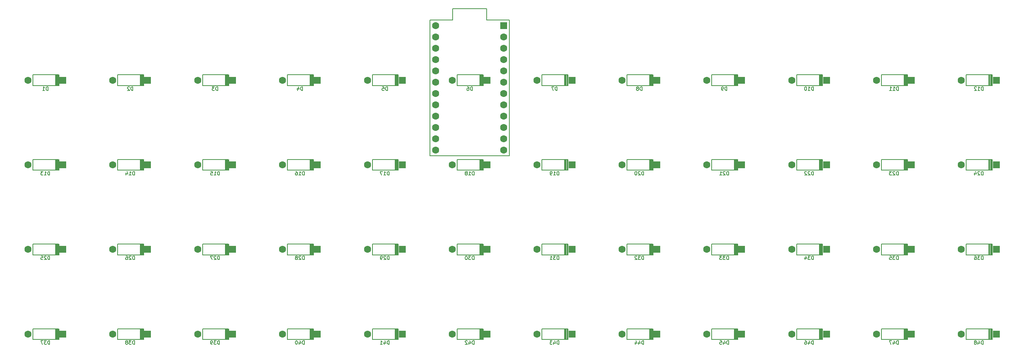
<source format=gbo>
%TF.GenerationSoftware,KiCad,Pcbnew,6.0.3-a3aad9c10e~116~ubuntu21.10.1*%
%TF.CreationDate,2022-04-17T15:15:34+01:00*%
%TF.ProjectId,PCB,5043422e-6b69-4636-9164-5f7063625858,rev?*%
%TF.SameCoordinates,Original*%
%TF.FileFunction,Legend,Bot*%
%TF.FilePolarity,Positive*%
%FSLAX46Y46*%
G04 Gerber Fmt 4.6, Leading zero omitted, Abs format (unit mm)*
G04 Created by KiCad (PCBNEW 6.0.3-a3aad9c10e~116~ubuntu21.10.1) date 2022-04-17 15:15:34*
%MOMM*%
%LPD*%
G01*
G04 APERTURE LIST*
%ADD10C,0.150000*%
%ADD11C,0.200000*%
%ADD12R,1.600000X1.600000*%
%ADD13C,1.600000*%
G04 APERTURE END LIST*
D10*
%TO.C,D39*%
X84991428Y-134526904D02*
X84991428Y-133726904D01*
X84800952Y-133726904D01*
X84686666Y-133765000D01*
X84610476Y-133841190D01*
X84572380Y-133917380D01*
X84534285Y-134069761D01*
X84534285Y-134184047D01*
X84572380Y-134336428D01*
X84610476Y-134412619D01*
X84686666Y-134488809D01*
X84800952Y-134526904D01*
X84991428Y-134526904D01*
X84267619Y-133726904D02*
X83772380Y-133726904D01*
X84039047Y-134031666D01*
X83924761Y-134031666D01*
X83848571Y-134069761D01*
X83810476Y-134107857D01*
X83772380Y-134184047D01*
X83772380Y-134374523D01*
X83810476Y-134450714D01*
X83848571Y-134488809D01*
X83924761Y-134526904D01*
X84153333Y-134526904D01*
X84229523Y-134488809D01*
X84267619Y-134450714D01*
X83391428Y-134526904D02*
X83239047Y-134526904D01*
X83162857Y-134488809D01*
X83124761Y-134450714D01*
X83048571Y-134336428D01*
X83010476Y-134184047D01*
X83010476Y-133879285D01*
X83048571Y-133803095D01*
X83086666Y-133765000D01*
X83162857Y-133726904D01*
X83315238Y-133726904D01*
X83391428Y-133765000D01*
X83429523Y-133803095D01*
X83467619Y-133879285D01*
X83467619Y-134069761D01*
X83429523Y-134145952D01*
X83391428Y-134184047D01*
X83315238Y-134222142D01*
X83162857Y-134222142D01*
X83086666Y-134184047D01*
X83048571Y-134145952D01*
X83010476Y-134069761D01*
%TO.C,D26*%
X65991428Y-115526904D02*
X65991428Y-114726904D01*
X65800952Y-114726904D01*
X65686666Y-114765000D01*
X65610476Y-114841190D01*
X65572380Y-114917380D01*
X65534285Y-115069761D01*
X65534285Y-115184047D01*
X65572380Y-115336428D01*
X65610476Y-115412619D01*
X65686666Y-115488809D01*
X65800952Y-115526904D01*
X65991428Y-115526904D01*
X65229523Y-114803095D02*
X65191428Y-114765000D01*
X65115238Y-114726904D01*
X64924761Y-114726904D01*
X64848571Y-114765000D01*
X64810476Y-114803095D01*
X64772380Y-114879285D01*
X64772380Y-114955476D01*
X64810476Y-115069761D01*
X65267619Y-115526904D01*
X64772380Y-115526904D01*
X64086666Y-114726904D02*
X64239047Y-114726904D01*
X64315238Y-114765000D01*
X64353333Y-114803095D01*
X64429523Y-114917380D01*
X64467619Y-115069761D01*
X64467619Y-115374523D01*
X64429523Y-115450714D01*
X64391428Y-115488809D01*
X64315238Y-115526904D01*
X64162857Y-115526904D01*
X64086666Y-115488809D01*
X64048571Y-115450714D01*
X64010476Y-115374523D01*
X64010476Y-115184047D01*
X64048571Y-115107857D01*
X64086666Y-115069761D01*
X64162857Y-115031666D01*
X64315238Y-115031666D01*
X64391428Y-115069761D01*
X64429523Y-115107857D01*
X64467619Y-115184047D01*
%TO.C,D11*%
X236991428Y-77526904D02*
X236991428Y-76726904D01*
X236800952Y-76726904D01*
X236686666Y-76765000D01*
X236610476Y-76841190D01*
X236572380Y-76917380D01*
X236534285Y-77069761D01*
X236534285Y-77184047D01*
X236572380Y-77336428D01*
X236610476Y-77412619D01*
X236686666Y-77488809D01*
X236800952Y-77526904D01*
X236991428Y-77526904D01*
X235772380Y-77526904D02*
X236229523Y-77526904D01*
X236000952Y-77526904D02*
X236000952Y-76726904D01*
X236077142Y-76841190D01*
X236153333Y-76917380D01*
X236229523Y-76955476D01*
X235010476Y-77526904D02*
X235467619Y-77526904D01*
X235239047Y-77526904D02*
X235239047Y-76726904D01*
X235315238Y-76841190D01*
X235391428Y-76917380D01*
X235467619Y-76955476D01*
%TO.C,D18*%
X141991428Y-96526904D02*
X141991428Y-95726904D01*
X141800952Y-95726904D01*
X141686666Y-95765000D01*
X141610476Y-95841190D01*
X141572380Y-95917380D01*
X141534285Y-96069761D01*
X141534285Y-96184047D01*
X141572380Y-96336428D01*
X141610476Y-96412619D01*
X141686666Y-96488809D01*
X141800952Y-96526904D01*
X141991428Y-96526904D01*
X140772380Y-96526904D02*
X141229523Y-96526904D01*
X141000952Y-96526904D02*
X141000952Y-95726904D01*
X141077142Y-95841190D01*
X141153333Y-95917380D01*
X141229523Y-95955476D01*
X140315238Y-96069761D02*
X140391428Y-96031666D01*
X140429523Y-95993571D01*
X140467619Y-95917380D01*
X140467619Y-95879285D01*
X140429523Y-95803095D01*
X140391428Y-95765000D01*
X140315238Y-95726904D01*
X140162857Y-95726904D01*
X140086666Y-95765000D01*
X140048571Y-95803095D01*
X140010476Y-95879285D01*
X140010476Y-95917380D01*
X140048571Y-95993571D01*
X140086666Y-96031666D01*
X140162857Y-96069761D01*
X140315238Y-96069761D01*
X140391428Y-96107857D01*
X140429523Y-96145952D01*
X140467619Y-96222142D01*
X140467619Y-96374523D01*
X140429523Y-96450714D01*
X140391428Y-96488809D01*
X140315238Y-96526904D01*
X140162857Y-96526904D01*
X140086666Y-96488809D01*
X140048571Y-96450714D01*
X140010476Y-96374523D01*
X140010476Y-96222142D01*
X140048571Y-96145952D01*
X140086666Y-96107857D01*
X140162857Y-96069761D01*
%TO.C,D10*%
X217991428Y-77526904D02*
X217991428Y-76726904D01*
X217800952Y-76726904D01*
X217686666Y-76765000D01*
X217610476Y-76841190D01*
X217572380Y-76917380D01*
X217534285Y-77069761D01*
X217534285Y-77184047D01*
X217572380Y-77336428D01*
X217610476Y-77412619D01*
X217686666Y-77488809D01*
X217800952Y-77526904D01*
X217991428Y-77526904D01*
X216772380Y-77526904D02*
X217229523Y-77526904D01*
X217000952Y-77526904D02*
X217000952Y-76726904D01*
X217077142Y-76841190D01*
X217153333Y-76917380D01*
X217229523Y-76955476D01*
X216277142Y-76726904D02*
X216200952Y-76726904D01*
X216124761Y-76765000D01*
X216086666Y-76803095D01*
X216048571Y-76879285D01*
X216010476Y-77031666D01*
X216010476Y-77222142D01*
X216048571Y-77374523D01*
X216086666Y-77450714D01*
X216124761Y-77488809D01*
X216200952Y-77526904D01*
X216277142Y-77526904D01*
X216353333Y-77488809D01*
X216391428Y-77450714D01*
X216429523Y-77374523D01*
X216467619Y-77222142D01*
X216467619Y-77031666D01*
X216429523Y-76879285D01*
X216391428Y-76803095D01*
X216353333Y-76765000D01*
X216277142Y-76726904D01*
%TO.C,D23*%
X236991428Y-96526904D02*
X236991428Y-95726904D01*
X236800952Y-95726904D01*
X236686666Y-95765000D01*
X236610476Y-95841190D01*
X236572380Y-95917380D01*
X236534285Y-96069761D01*
X236534285Y-96184047D01*
X236572380Y-96336428D01*
X236610476Y-96412619D01*
X236686666Y-96488809D01*
X236800952Y-96526904D01*
X236991428Y-96526904D01*
X236229523Y-95803095D02*
X236191428Y-95765000D01*
X236115238Y-95726904D01*
X235924761Y-95726904D01*
X235848571Y-95765000D01*
X235810476Y-95803095D01*
X235772380Y-95879285D01*
X235772380Y-95955476D01*
X235810476Y-96069761D01*
X236267619Y-96526904D01*
X235772380Y-96526904D01*
X235505714Y-95726904D02*
X235010476Y-95726904D01*
X235277142Y-96031666D01*
X235162857Y-96031666D01*
X235086666Y-96069761D01*
X235048571Y-96107857D01*
X235010476Y-96184047D01*
X235010476Y-96374523D01*
X235048571Y-96450714D01*
X235086666Y-96488809D01*
X235162857Y-96526904D01*
X235391428Y-96526904D01*
X235467619Y-96488809D01*
X235505714Y-96450714D01*
%TO.C,D28*%
X103991428Y-115526904D02*
X103991428Y-114726904D01*
X103800952Y-114726904D01*
X103686666Y-114765000D01*
X103610476Y-114841190D01*
X103572380Y-114917380D01*
X103534285Y-115069761D01*
X103534285Y-115184047D01*
X103572380Y-115336428D01*
X103610476Y-115412619D01*
X103686666Y-115488809D01*
X103800952Y-115526904D01*
X103991428Y-115526904D01*
X103229523Y-114803095D02*
X103191428Y-114765000D01*
X103115238Y-114726904D01*
X102924761Y-114726904D01*
X102848571Y-114765000D01*
X102810476Y-114803095D01*
X102772380Y-114879285D01*
X102772380Y-114955476D01*
X102810476Y-115069761D01*
X103267619Y-115526904D01*
X102772380Y-115526904D01*
X102315238Y-115069761D02*
X102391428Y-115031666D01*
X102429523Y-114993571D01*
X102467619Y-114917380D01*
X102467619Y-114879285D01*
X102429523Y-114803095D01*
X102391428Y-114765000D01*
X102315238Y-114726904D01*
X102162857Y-114726904D01*
X102086666Y-114765000D01*
X102048571Y-114803095D01*
X102010476Y-114879285D01*
X102010476Y-114917380D01*
X102048571Y-114993571D01*
X102086666Y-115031666D01*
X102162857Y-115069761D01*
X102315238Y-115069761D01*
X102391428Y-115107857D01*
X102429523Y-115145952D01*
X102467619Y-115222142D01*
X102467619Y-115374523D01*
X102429523Y-115450714D01*
X102391428Y-115488809D01*
X102315238Y-115526904D01*
X102162857Y-115526904D01*
X102086666Y-115488809D01*
X102048571Y-115450714D01*
X102010476Y-115374523D01*
X102010476Y-115222142D01*
X102048571Y-115145952D01*
X102086666Y-115107857D01*
X102162857Y-115069761D01*
%TO.C,D7*%
X160610476Y-77526904D02*
X160610476Y-76726904D01*
X160420000Y-76726904D01*
X160305714Y-76765000D01*
X160229523Y-76841190D01*
X160191428Y-76917380D01*
X160153333Y-77069761D01*
X160153333Y-77184047D01*
X160191428Y-77336428D01*
X160229523Y-77412619D01*
X160305714Y-77488809D01*
X160420000Y-77526904D01*
X160610476Y-77526904D01*
X159886666Y-76726904D02*
X159353333Y-76726904D01*
X159696190Y-77526904D01*
%TO.C,D37*%
X46991428Y-134526904D02*
X46991428Y-133726904D01*
X46800952Y-133726904D01*
X46686666Y-133765000D01*
X46610476Y-133841190D01*
X46572380Y-133917380D01*
X46534285Y-134069761D01*
X46534285Y-134184047D01*
X46572380Y-134336428D01*
X46610476Y-134412619D01*
X46686666Y-134488809D01*
X46800952Y-134526904D01*
X46991428Y-134526904D01*
X46267619Y-133726904D02*
X45772380Y-133726904D01*
X46039047Y-134031666D01*
X45924761Y-134031666D01*
X45848571Y-134069761D01*
X45810476Y-134107857D01*
X45772380Y-134184047D01*
X45772380Y-134374523D01*
X45810476Y-134450714D01*
X45848571Y-134488809D01*
X45924761Y-134526904D01*
X46153333Y-134526904D01*
X46229523Y-134488809D01*
X46267619Y-134450714D01*
X45505714Y-133726904D02*
X44972380Y-133726904D01*
X45315238Y-134526904D01*
%TO.C,D1*%
X46610476Y-77526904D02*
X46610476Y-76726904D01*
X46420000Y-76726904D01*
X46305714Y-76765000D01*
X46229523Y-76841190D01*
X46191428Y-76917380D01*
X46153333Y-77069761D01*
X46153333Y-77184047D01*
X46191428Y-77336428D01*
X46229523Y-77412619D01*
X46305714Y-77488809D01*
X46420000Y-77526904D01*
X46610476Y-77526904D01*
X45391428Y-77526904D02*
X45848571Y-77526904D01*
X45620000Y-77526904D02*
X45620000Y-76726904D01*
X45696190Y-76841190D01*
X45772380Y-76917380D01*
X45848571Y-76955476D01*
%TO.C,D48*%
X255991428Y-134526904D02*
X255991428Y-133726904D01*
X255800952Y-133726904D01*
X255686666Y-133765000D01*
X255610476Y-133841190D01*
X255572380Y-133917380D01*
X255534285Y-134069761D01*
X255534285Y-134184047D01*
X255572380Y-134336428D01*
X255610476Y-134412619D01*
X255686666Y-134488809D01*
X255800952Y-134526904D01*
X255991428Y-134526904D01*
X254848571Y-133993571D02*
X254848571Y-134526904D01*
X255039047Y-133688809D02*
X255229523Y-134260238D01*
X254734285Y-134260238D01*
X254315238Y-134069761D02*
X254391428Y-134031666D01*
X254429523Y-133993571D01*
X254467619Y-133917380D01*
X254467619Y-133879285D01*
X254429523Y-133803095D01*
X254391428Y-133765000D01*
X254315238Y-133726904D01*
X254162857Y-133726904D01*
X254086666Y-133765000D01*
X254048571Y-133803095D01*
X254010476Y-133879285D01*
X254010476Y-133917380D01*
X254048571Y-133993571D01*
X254086666Y-134031666D01*
X254162857Y-134069761D01*
X254315238Y-134069761D01*
X254391428Y-134107857D01*
X254429523Y-134145952D01*
X254467619Y-134222142D01*
X254467619Y-134374523D01*
X254429523Y-134450714D01*
X254391428Y-134488809D01*
X254315238Y-134526904D01*
X254162857Y-134526904D01*
X254086666Y-134488809D01*
X254048571Y-134450714D01*
X254010476Y-134374523D01*
X254010476Y-134222142D01*
X254048571Y-134145952D01*
X254086666Y-134107857D01*
X254162857Y-134069761D01*
%TO.C,D47*%
X236991428Y-134526904D02*
X236991428Y-133726904D01*
X236800952Y-133726904D01*
X236686666Y-133765000D01*
X236610476Y-133841190D01*
X236572380Y-133917380D01*
X236534285Y-134069761D01*
X236534285Y-134184047D01*
X236572380Y-134336428D01*
X236610476Y-134412619D01*
X236686666Y-134488809D01*
X236800952Y-134526904D01*
X236991428Y-134526904D01*
X235848571Y-133993571D02*
X235848571Y-134526904D01*
X236039047Y-133688809D02*
X236229523Y-134260238D01*
X235734285Y-134260238D01*
X235505714Y-133726904D02*
X234972380Y-133726904D01*
X235315238Y-134526904D01*
%TO.C,D21*%
X198991428Y-96526904D02*
X198991428Y-95726904D01*
X198800952Y-95726904D01*
X198686666Y-95765000D01*
X198610476Y-95841190D01*
X198572380Y-95917380D01*
X198534285Y-96069761D01*
X198534285Y-96184047D01*
X198572380Y-96336428D01*
X198610476Y-96412619D01*
X198686666Y-96488809D01*
X198800952Y-96526904D01*
X198991428Y-96526904D01*
X198229523Y-95803095D02*
X198191428Y-95765000D01*
X198115238Y-95726904D01*
X197924761Y-95726904D01*
X197848571Y-95765000D01*
X197810476Y-95803095D01*
X197772380Y-95879285D01*
X197772380Y-95955476D01*
X197810476Y-96069761D01*
X198267619Y-96526904D01*
X197772380Y-96526904D01*
X197010476Y-96526904D02*
X197467619Y-96526904D01*
X197239047Y-96526904D02*
X197239047Y-95726904D01*
X197315238Y-95841190D01*
X197391428Y-95917380D01*
X197467619Y-95955476D01*
%TO.C,D6*%
X141610476Y-77526904D02*
X141610476Y-76726904D01*
X141420000Y-76726904D01*
X141305714Y-76765000D01*
X141229523Y-76841190D01*
X141191428Y-76917380D01*
X141153333Y-77069761D01*
X141153333Y-77184047D01*
X141191428Y-77336428D01*
X141229523Y-77412619D01*
X141305714Y-77488809D01*
X141420000Y-77526904D01*
X141610476Y-77526904D01*
X140467619Y-76726904D02*
X140620000Y-76726904D01*
X140696190Y-76765000D01*
X140734285Y-76803095D01*
X140810476Y-76917380D01*
X140848571Y-77069761D01*
X140848571Y-77374523D01*
X140810476Y-77450714D01*
X140772380Y-77488809D01*
X140696190Y-77526904D01*
X140543809Y-77526904D01*
X140467619Y-77488809D01*
X140429523Y-77450714D01*
X140391428Y-77374523D01*
X140391428Y-77184047D01*
X140429523Y-77107857D01*
X140467619Y-77069761D01*
X140543809Y-77031666D01*
X140696190Y-77031666D01*
X140772380Y-77069761D01*
X140810476Y-77107857D01*
X140848571Y-77184047D01*
%TO.C,D31*%
X160991428Y-115526904D02*
X160991428Y-114726904D01*
X160800952Y-114726904D01*
X160686666Y-114765000D01*
X160610476Y-114841190D01*
X160572380Y-114917380D01*
X160534285Y-115069761D01*
X160534285Y-115184047D01*
X160572380Y-115336428D01*
X160610476Y-115412619D01*
X160686666Y-115488809D01*
X160800952Y-115526904D01*
X160991428Y-115526904D01*
X160267619Y-114726904D02*
X159772380Y-114726904D01*
X160039047Y-115031666D01*
X159924761Y-115031666D01*
X159848571Y-115069761D01*
X159810476Y-115107857D01*
X159772380Y-115184047D01*
X159772380Y-115374523D01*
X159810476Y-115450714D01*
X159848571Y-115488809D01*
X159924761Y-115526904D01*
X160153333Y-115526904D01*
X160229523Y-115488809D01*
X160267619Y-115450714D01*
X159010476Y-115526904D02*
X159467619Y-115526904D01*
X159239047Y-115526904D02*
X159239047Y-114726904D01*
X159315238Y-114841190D01*
X159391428Y-114917380D01*
X159467619Y-114955476D01*
%TO.C,D4*%
X103610476Y-77526904D02*
X103610476Y-76726904D01*
X103420000Y-76726904D01*
X103305714Y-76765000D01*
X103229523Y-76841190D01*
X103191428Y-76917380D01*
X103153333Y-77069761D01*
X103153333Y-77184047D01*
X103191428Y-77336428D01*
X103229523Y-77412619D01*
X103305714Y-77488809D01*
X103420000Y-77526904D01*
X103610476Y-77526904D01*
X102467619Y-76993571D02*
X102467619Y-77526904D01*
X102658095Y-76688809D02*
X102848571Y-77260238D01*
X102353333Y-77260238D01*
%TO.C,D36*%
X255991428Y-115526904D02*
X255991428Y-114726904D01*
X255800952Y-114726904D01*
X255686666Y-114765000D01*
X255610476Y-114841190D01*
X255572380Y-114917380D01*
X255534285Y-115069761D01*
X255534285Y-115184047D01*
X255572380Y-115336428D01*
X255610476Y-115412619D01*
X255686666Y-115488809D01*
X255800952Y-115526904D01*
X255991428Y-115526904D01*
X255267619Y-114726904D02*
X254772380Y-114726904D01*
X255039047Y-115031666D01*
X254924761Y-115031666D01*
X254848571Y-115069761D01*
X254810476Y-115107857D01*
X254772380Y-115184047D01*
X254772380Y-115374523D01*
X254810476Y-115450714D01*
X254848571Y-115488809D01*
X254924761Y-115526904D01*
X255153333Y-115526904D01*
X255229523Y-115488809D01*
X255267619Y-115450714D01*
X254086666Y-114726904D02*
X254239047Y-114726904D01*
X254315238Y-114765000D01*
X254353333Y-114803095D01*
X254429523Y-114917380D01*
X254467619Y-115069761D01*
X254467619Y-115374523D01*
X254429523Y-115450714D01*
X254391428Y-115488809D01*
X254315238Y-115526904D01*
X254162857Y-115526904D01*
X254086666Y-115488809D01*
X254048571Y-115450714D01*
X254010476Y-115374523D01*
X254010476Y-115184047D01*
X254048571Y-115107857D01*
X254086666Y-115069761D01*
X254162857Y-115031666D01*
X254315238Y-115031666D01*
X254391428Y-115069761D01*
X254429523Y-115107857D01*
X254467619Y-115184047D01*
%TO.C,D14*%
X65991428Y-96526904D02*
X65991428Y-95726904D01*
X65800952Y-95726904D01*
X65686666Y-95765000D01*
X65610476Y-95841190D01*
X65572380Y-95917380D01*
X65534285Y-96069761D01*
X65534285Y-96184047D01*
X65572380Y-96336428D01*
X65610476Y-96412619D01*
X65686666Y-96488809D01*
X65800952Y-96526904D01*
X65991428Y-96526904D01*
X64772380Y-96526904D02*
X65229523Y-96526904D01*
X65000952Y-96526904D02*
X65000952Y-95726904D01*
X65077142Y-95841190D01*
X65153333Y-95917380D01*
X65229523Y-95955476D01*
X64086666Y-95993571D02*
X64086666Y-96526904D01*
X64277142Y-95688809D02*
X64467619Y-96260238D01*
X63972380Y-96260238D01*
%TO.C,D29*%
X122991428Y-115526904D02*
X122991428Y-114726904D01*
X122800952Y-114726904D01*
X122686666Y-114765000D01*
X122610476Y-114841190D01*
X122572380Y-114917380D01*
X122534285Y-115069761D01*
X122534285Y-115184047D01*
X122572380Y-115336428D01*
X122610476Y-115412619D01*
X122686666Y-115488809D01*
X122800952Y-115526904D01*
X122991428Y-115526904D01*
X122229523Y-114803095D02*
X122191428Y-114765000D01*
X122115238Y-114726904D01*
X121924761Y-114726904D01*
X121848571Y-114765000D01*
X121810476Y-114803095D01*
X121772380Y-114879285D01*
X121772380Y-114955476D01*
X121810476Y-115069761D01*
X122267619Y-115526904D01*
X121772380Y-115526904D01*
X121391428Y-115526904D02*
X121239047Y-115526904D01*
X121162857Y-115488809D01*
X121124761Y-115450714D01*
X121048571Y-115336428D01*
X121010476Y-115184047D01*
X121010476Y-114879285D01*
X121048571Y-114803095D01*
X121086666Y-114765000D01*
X121162857Y-114726904D01*
X121315238Y-114726904D01*
X121391428Y-114765000D01*
X121429523Y-114803095D01*
X121467619Y-114879285D01*
X121467619Y-115069761D01*
X121429523Y-115145952D01*
X121391428Y-115184047D01*
X121315238Y-115222142D01*
X121162857Y-115222142D01*
X121086666Y-115184047D01*
X121048571Y-115145952D01*
X121010476Y-115069761D01*
%TO.C,D42*%
X141991428Y-134526904D02*
X141991428Y-133726904D01*
X141800952Y-133726904D01*
X141686666Y-133765000D01*
X141610476Y-133841190D01*
X141572380Y-133917380D01*
X141534285Y-134069761D01*
X141534285Y-134184047D01*
X141572380Y-134336428D01*
X141610476Y-134412619D01*
X141686666Y-134488809D01*
X141800952Y-134526904D01*
X141991428Y-134526904D01*
X140848571Y-133993571D02*
X140848571Y-134526904D01*
X141039047Y-133688809D02*
X141229523Y-134260238D01*
X140734285Y-134260238D01*
X140467619Y-133803095D02*
X140429523Y-133765000D01*
X140353333Y-133726904D01*
X140162857Y-133726904D01*
X140086666Y-133765000D01*
X140048571Y-133803095D01*
X140010476Y-133879285D01*
X140010476Y-133955476D01*
X140048571Y-134069761D01*
X140505714Y-134526904D01*
X140010476Y-134526904D01*
%TO.C,D41*%
X122991428Y-134526904D02*
X122991428Y-133726904D01*
X122800952Y-133726904D01*
X122686666Y-133765000D01*
X122610476Y-133841190D01*
X122572380Y-133917380D01*
X122534285Y-134069761D01*
X122534285Y-134184047D01*
X122572380Y-134336428D01*
X122610476Y-134412619D01*
X122686666Y-134488809D01*
X122800952Y-134526904D01*
X122991428Y-134526904D01*
X121848571Y-133993571D02*
X121848571Y-134526904D01*
X122039047Y-133688809D02*
X122229523Y-134260238D01*
X121734285Y-134260238D01*
X121010476Y-134526904D02*
X121467619Y-134526904D01*
X121239047Y-134526904D02*
X121239047Y-133726904D01*
X121315238Y-133841190D01*
X121391428Y-133917380D01*
X121467619Y-133955476D01*
%TO.C,D40*%
X103991428Y-134526904D02*
X103991428Y-133726904D01*
X103800952Y-133726904D01*
X103686666Y-133765000D01*
X103610476Y-133841190D01*
X103572380Y-133917380D01*
X103534285Y-134069761D01*
X103534285Y-134184047D01*
X103572380Y-134336428D01*
X103610476Y-134412619D01*
X103686666Y-134488809D01*
X103800952Y-134526904D01*
X103991428Y-134526904D01*
X102848571Y-133993571D02*
X102848571Y-134526904D01*
X103039047Y-133688809D02*
X103229523Y-134260238D01*
X102734285Y-134260238D01*
X102277142Y-133726904D02*
X102200952Y-133726904D01*
X102124761Y-133765000D01*
X102086666Y-133803095D01*
X102048571Y-133879285D01*
X102010476Y-134031666D01*
X102010476Y-134222142D01*
X102048571Y-134374523D01*
X102086666Y-134450714D01*
X102124761Y-134488809D01*
X102200952Y-134526904D01*
X102277142Y-134526904D01*
X102353333Y-134488809D01*
X102391428Y-134450714D01*
X102429523Y-134374523D01*
X102467619Y-134222142D01*
X102467619Y-134031666D01*
X102429523Y-133879285D01*
X102391428Y-133803095D01*
X102353333Y-133765000D01*
X102277142Y-133726904D01*
%TO.C,D8*%
X179610476Y-77526904D02*
X179610476Y-76726904D01*
X179420000Y-76726904D01*
X179305714Y-76765000D01*
X179229523Y-76841190D01*
X179191428Y-76917380D01*
X179153333Y-77069761D01*
X179153333Y-77184047D01*
X179191428Y-77336428D01*
X179229523Y-77412619D01*
X179305714Y-77488809D01*
X179420000Y-77526904D01*
X179610476Y-77526904D01*
X178696190Y-77069761D02*
X178772380Y-77031666D01*
X178810476Y-76993571D01*
X178848571Y-76917380D01*
X178848571Y-76879285D01*
X178810476Y-76803095D01*
X178772380Y-76765000D01*
X178696190Y-76726904D01*
X178543809Y-76726904D01*
X178467619Y-76765000D01*
X178429523Y-76803095D01*
X178391428Y-76879285D01*
X178391428Y-76917380D01*
X178429523Y-76993571D01*
X178467619Y-77031666D01*
X178543809Y-77069761D01*
X178696190Y-77069761D01*
X178772380Y-77107857D01*
X178810476Y-77145952D01*
X178848571Y-77222142D01*
X178848571Y-77374523D01*
X178810476Y-77450714D01*
X178772380Y-77488809D01*
X178696190Y-77526904D01*
X178543809Y-77526904D01*
X178467619Y-77488809D01*
X178429523Y-77450714D01*
X178391428Y-77374523D01*
X178391428Y-77222142D01*
X178429523Y-77145952D01*
X178467619Y-77107857D01*
X178543809Y-77069761D01*
%TO.C,D17*%
X122991428Y-96526904D02*
X122991428Y-95726904D01*
X122800952Y-95726904D01*
X122686666Y-95765000D01*
X122610476Y-95841190D01*
X122572380Y-95917380D01*
X122534285Y-96069761D01*
X122534285Y-96184047D01*
X122572380Y-96336428D01*
X122610476Y-96412619D01*
X122686666Y-96488809D01*
X122800952Y-96526904D01*
X122991428Y-96526904D01*
X121772380Y-96526904D02*
X122229523Y-96526904D01*
X122000952Y-96526904D02*
X122000952Y-95726904D01*
X122077142Y-95841190D01*
X122153333Y-95917380D01*
X122229523Y-95955476D01*
X121505714Y-95726904D02*
X120972380Y-95726904D01*
X121315238Y-96526904D01*
%TO.C,D2*%
X65610476Y-77526904D02*
X65610476Y-76726904D01*
X65420000Y-76726904D01*
X65305714Y-76765000D01*
X65229523Y-76841190D01*
X65191428Y-76917380D01*
X65153333Y-77069761D01*
X65153333Y-77184047D01*
X65191428Y-77336428D01*
X65229523Y-77412619D01*
X65305714Y-77488809D01*
X65420000Y-77526904D01*
X65610476Y-77526904D01*
X64848571Y-76803095D02*
X64810476Y-76765000D01*
X64734285Y-76726904D01*
X64543809Y-76726904D01*
X64467619Y-76765000D01*
X64429523Y-76803095D01*
X64391428Y-76879285D01*
X64391428Y-76955476D01*
X64429523Y-77069761D01*
X64886666Y-77526904D01*
X64391428Y-77526904D01*
%TO.C,D24*%
X255991428Y-96526904D02*
X255991428Y-95726904D01*
X255800952Y-95726904D01*
X255686666Y-95765000D01*
X255610476Y-95841190D01*
X255572380Y-95917380D01*
X255534285Y-96069761D01*
X255534285Y-96184047D01*
X255572380Y-96336428D01*
X255610476Y-96412619D01*
X255686666Y-96488809D01*
X255800952Y-96526904D01*
X255991428Y-96526904D01*
X255229523Y-95803095D02*
X255191428Y-95765000D01*
X255115238Y-95726904D01*
X254924761Y-95726904D01*
X254848571Y-95765000D01*
X254810476Y-95803095D01*
X254772380Y-95879285D01*
X254772380Y-95955476D01*
X254810476Y-96069761D01*
X255267619Y-96526904D01*
X254772380Y-96526904D01*
X254086666Y-95993571D02*
X254086666Y-96526904D01*
X254277142Y-95688809D02*
X254467619Y-96260238D01*
X253972380Y-96260238D01*
%TO.C,D9*%
X198610476Y-77526904D02*
X198610476Y-76726904D01*
X198420000Y-76726904D01*
X198305714Y-76765000D01*
X198229523Y-76841190D01*
X198191428Y-76917380D01*
X198153333Y-77069761D01*
X198153333Y-77184047D01*
X198191428Y-77336428D01*
X198229523Y-77412619D01*
X198305714Y-77488809D01*
X198420000Y-77526904D01*
X198610476Y-77526904D01*
X197772380Y-77526904D02*
X197620000Y-77526904D01*
X197543809Y-77488809D01*
X197505714Y-77450714D01*
X197429523Y-77336428D01*
X197391428Y-77184047D01*
X197391428Y-76879285D01*
X197429523Y-76803095D01*
X197467619Y-76765000D01*
X197543809Y-76726904D01*
X197696190Y-76726904D01*
X197772380Y-76765000D01*
X197810476Y-76803095D01*
X197848571Y-76879285D01*
X197848571Y-77069761D01*
X197810476Y-77145952D01*
X197772380Y-77184047D01*
X197696190Y-77222142D01*
X197543809Y-77222142D01*
X197467619Y-77184047D01*
X197429523Y-77145952D01*
X197391428Y-77069761D01*
%TO.C,D12*%
X255991428Y-77526904D02*
X255991428Y-76726904D01*
X255800952Y-76726904D01*
X255686666Y-76765000D01*
X255610476Y-76841190D01*
X255572380Y-76917380D01*
X255534285Y-77069761D01*
X255534285Y-77184047D01*
X255572380Y-77336428D01*
X255610476Y-77412619D01*
X255686666Y-77488809D01*
X255800952Y-77526904D01*
X255991428Y-77526904D01*
X254772380Y-77526904D02*
X255229523Y-77526904D01*
X255000952Y-77526904D02*
X255000952Y-76726904D01*
X255077142Y-76841190D01*
X255153333Y-76917380D01*
X255229523Y-76955476D01*
X254467619Y-76803095D02*
X254429523Y-76765000D01*
X254353333Y-76726904D01*
X254162857Y-76726904D01*
X254086666Y-76765000D01*
X254048571Y-76803095D01*
X254010476Y-76879285D01*
X254010476Y-76955476D01*
X254048571Y-77069761D01*
X254505714Y-77526904D01*
X254010476Y-77526904D01*
%TO.C,D13*%
X46991428Y-96526904D02*
X46991428Y-95726904D01*
X46800952Y-95726904D01*
X46686666Y-95765000D01*
X46610476Y-95841190D01*
X46572380Y-95917380D01*
X46534285Y-96069761D01*
X46534285Y-96184047D01*
X46572380Y-96336428D01*
X46610476Y-96412619D01*
X46686666Y-96488809D01*
X46800952Y-96526904D01*
X46991428Y-96526904D01*
X45772380Y-96526904D02*
X46229523Y-96526904D01*
X46000952Y-96526904D02*
X46000952Y-95726904D01*
X46077142Y-95841190D01*
X46153333Y-95917380D01*
X46229523Y-95955476D01*
X45505714Y-95726904D02*
X45010476Y-95726904D01*
X45277142Y-96031666D01*
X45162857Y-96031666D01*
X45086666Y-96069761D01*
X45048571Y-96107857D01*
X45010476Y-96184047D01*
X45010476Y-96374523D01*
X45048571Y-96450714D01*
X45086666Y-96488809D01*
X45162857Y-96526904D01*
X45391428Y-96526904D01*
X45467619Y-96488809D01*
X45505714Y-96450714D01*
%TO.C,D5*%
X122610476Y-77526904D02*
X122610476Y-76726904D01*
X122420000Y-76726904D01*
X122305714Y-76765000D01*
X122229523Y-76841190D01*
X122191428Y-76917380D01*
X122153333Y-77069761D01*
X122153333Y-77184047D01*
X122191428Y-77336428D01*
X122229523Y-77412619D01*
X122305714Y-77488809D01*
X122420000Y-77526904D01*
X122610476Y-77526904D01*
X121429523Y-76726904D02*
X121810476Y-76726904D01*
X121848571Y-77107857D01*
X121810476Y-77069761D01*
X121734285Y-77031666D01*
X121543809Y-77031666D01*
X121467619Y-77069761D01*
X121429523Y-77107857D01*
X121391428Y-77184047D01*
X121391428Y-77374523D01*
X121429523Y-77450714D01*
X121467619Y-77488809D01*
X121543809Y-77526904D01*
X121734285Y-77526904D01*
X121810476Y-77488809D01*
X121848571Y-77450714D01*
%TO.C,D33*%
X198991428Y-115526904D02*
X198991428Y-114726904D01*
X198800952Y-114726904D01*
X198686666Y-114765000D01*
X198610476Y-114841190D01*
X198572380Y-114917380D01*
X198534285Y-115069761D01*
X198534285Y-115184047D01*
X198572380Y-115336428D01*
X198610476Y-115412619D01*
X198686666Y-115488809D01*
X198800952Y-115526904D01*
X198991428Y-115526904D01*
X198267619Y-114726904D02*
X197772380Y-114726904D01*
X198039047Y-115031666D01*
X197924761Y-115031666D01*
X197848571Y-115069761D01*
X197810476Y-115107857D01*
X197772380Y-115184047D01*
X197772380Y-115374523D01*
X197810476Y-115450714D01*
X197848571Y-115488809D01*
X197924761Y-115526904D01*
X198153333Y-115526904D01*
X198229523Y-115488809D01*
X198267619Y-115450714D01*
X197505714Y-114726904D02*
X197010476Y-114726904D01*
X197277142Y-115031666D01*
X197162857Y-115031666D01*
X197086666Y-115069761D01*
X197048571Y-115107857D01*
X197010476Y-115184047D01*
X197010476Y-115374523D01*
X197048571Y-115450714D01*
X197086666Y-115488809D01*
X197162857Y-115526904D01*
X197391428Y-115526904D01*
X197467619Y-115488809D01*
X197505714Y-115450714D01*
%TO.C,D30*%
X141991428Y-115526904D02*
X141991428Y-114726904D01*
X141800952Y-114726904D01*
X141686666Y-114765000D01*
X141610476Y-114841190D01*
X141572380Y-114917380D01*
X141534285Y-115069761D01*
X141534285Y-115184047D01*
X141572380Y-115336428D01*
X141610476Y-115412619D01*
X141686666Y-115488809D01*
X141800952Y-115526904D01*
X141991428Y-115526904D01*
X141267619Y-114726904D02*
X140772380Y-114726904D01*
X141039047Y-115031666D01*
X140924761Y-115031666D01*
X140848571Y-115069761D01*
X140810476Y-115107857D01*
X140772380Y-115184047D01*
X140772380Y-115374523D01*
X140810476Y-115450714D01*
X140848571Y-115488809D01*
X140924761Y-115526904D01*
X141153333Y-115526904D01*
X141229523Y-115488809D01*
X141267619Y-115450714D01*
X140277142Y-114726904D02*
X140200952Y-114726904D01*
X140124761Y-114765000D01*
X140086666Y-114803095D01*
X140048571Y-114879285D01*
X140010476Y-115031666D01*
X140010476Y-115222142D01*
X140048571Y-115374523D01*
X140086666Y-115450714D01*
X140124761Y-115488809D01*
X140200952Y-115526904D01*
X140277142Y-115526904D01*
X140353333Y-115488809D01*
X140391428Y-115450714D01*
X140429523Y-115374523D01*
X140467619Y-115222142D01*
X140467619Y-115031666D01*
X140429523Y-114879285D01*
X140391428Y-114803095D01*
X140353333Y-114765000D01*
X140277142Y-114726904D01*
%TO.C,D27*%
X84991428Y-115526904D02*
X84991428Y-114726904D01*
X84800952Y-114726904D01*
X84686666Y-114765000D01*
X84610476Y-114841190D01*
X84572380Y-114917380D01*
X84534285Y-115069761D01*
X84534285Y-115184047D01*
X84572380Y-115336428D01*
X84610476Y-115412619D01*
X84686666Y-115488809D01*
X84800952Y-115526904D01*
X84991428Y-115526904D01*
X84229523Y-114803095D02*
X84191428Y-114765000D01*
X84115238Y-114726904D01*
X83924761Y-114726904D01*
X83848571Y-114765000D01*
X83810476Y-114803095D01*
X83772380Y-114879285D01*
X83772380Y-114955476D01*
X83810476Y-115069761D01*
X84267619Y-115526904D01*
X83772380Y-115526904D01*
X83505714Y-114726904D02*
X82972380Y-114726904D01*
X83315238Y-115526904D01*
%TO.C,D25*%
X46991428Y-115526904D02*
X46991428Y-114726904D01*
X46800952Y-114726904D01*
X46686666Y-114765000D01*
X46610476Y-114841190D01*
X46572380Y-114917380D01*
X46534285Y-115069761D01*
X46534285Y-115184047D01*
X46572380Y-115336428D01*
X46610476Y-115412619D01*
X46686666Y-115488809D01*
X46800952Y-115526904D01*
X46991428Y-115526904D01*
X46229523Y-114803095D02*
X46191428Y-114765000D01*
X46115238Y-114726904D01*
X45924761Y-114726904D01*
X45848571Y-114765000D01*
X45810476Y-114803095D01*
X45772380Y-114879285D01*
X45772380Y-114955476D01*
X45810476Y-115069761D01*
X46267619Y-115526904D01*
X45772380Y-115526904D01*
X45048571Y-114726904D02*
X45429523Y-114726904D01*
X45467619Y-115107857D01*
X45429523Y-115069761D01*
X45353333Y-115031666D01*
X45162857Y-115031666D01*
X45086666Y-115069761D01*
X45048571Y-115107857D01*
X45010476Y-115184047D01*
X45010476Y-115374523D01*
X45048571Y-115450714D01*
X45086666Y-115488809D01*
X45162857Y-115526904D01*
X45353333Y-115526904D01*
X45429523Y-115488809D01*
X45467619Y-115450714D01*
%TO.C,D45*%
X198991428Y-134526904D02*
X198991428Y-133726904D01*
X198800952Y-133726904D01*
X198686666Y-133765000D01*
X198610476Y-133841190D01*
X198572380Y-133917380D01*
X198534285Y-134069761D01*
X198534285Y-134184047D01*
X198572380Y-134336428D01*
X198610476Y-134412619D01*
X198686666Y-134488809D01*
X198800952Y-134526904D01*
X198991428Y-134526904D01*
X197848571Y-133993571D02*
X197848571Y-134526904D01*
X198039047Y-133688809D02*
X198229523Y-134260238D01*
X197734285Y-134260238D01*
X197048571Y-133726904D02*
X197429523Y-133726904D01*
X197467619Y-134107857D01*
X197429523Y-134069761D01*
X197353333Y-134031666D01*
X197162857Y-134031666D01*
X197086666Y-134069761D01*
X197048571Y-134107857D01*
X197010476Y-134184047D01*
X197010476Y-134374523D01*
X197048571Y-134450714D01*
X197086666Y-134488809D01*
X197162857Y-134526904D01*
X197353333Y-134526904D01*
X197429523Y-134488809D01*
X197467619Y-134450714D01*
%TO.C,D20*%
X179991428Y-96526904D02*
X179991428Y-95726904D01*
X179800952Y-95726904D01*
X179686666Y-95765000D01*
X179610476Y-95841190D01*
X179572380Y-95917380D01*
X179534285Y-96069761D01*
X179534285Y-96184047D01*
X179572380Y-96336428D01*
X179610476Y-96412619D01*
X179686666Y-96488809D01*
X179800952Y-96526904D01*
X179991428Y-96526904D01*
X179229523Y-95803095D02*
X179191428Y-95765000D01*
X179115238Y-95726904D01*
X178924761Y-95726904D01*
X178848571Y-95765000D01*
X178810476Y-95803095D01*
X178772380Y-95879285D01*
X178772380Y-95955476D01*
X178810476Y-96069761D01*
X179267619Y-96526904D01*
X178772380Y-96526904D01*
X178277142Y-95726904D02*
X178200952Y-95726904D01*
X178124761Y-95765000D01*
X178086666Y-95803095D01*
X178048571Y-95879285D01*
X178010476Y-96031666D01*
X178010476Y-96222142D01*
X178048571Y-96374523D01*
X178086666Y-96450714D01*
X178124761Y-96488809D01*
X178200952Y-96526904D01*
X178277142Y-96526904D01*
X178353333Y-96488809D01*
X178391428Y-96450714D01*
X178429523Y-96374523D01*
X178467619Y-96222142D01*
X178467619Y-96031666D01*
X178429523Y-95879285D01*
X178391428Y-95803095D01*
X178353333Y-95765000D01*
X178277142Y-95726904D01*
%TO.C,D38*%
X65991428Y-134526904D02*
X65991428Y-133726904D01*
X65800952Y-133726904D01*
X65686666Y-133765000D01*
X65610476Y-133841190D01*
X65572380Y-133917380D01*
X65534285Y-134069761D01*
X65534285Y-134184047D01*
X65572380Y-134336428D01*
X65610476Y-134412619D01*
X65686666Y-134488809D01*
X65800952Y-134526904D01*
X65991428Y-134526904D01*
X65267619Y-133726904D02*
X64772380Y-133726904D01*
X65039047Y-134031666D01*
X64924761Y-134031666D01*
X64848571Y-134069761D01*
X64810476Y-134107857D01*
X64772380Y-134184047D01*
X64772380Y-134374523D01*
X64810476Y-134450714D01*
X64848571Y-134488809D01*
X64924761Y-134526904D01*
X65153333Y-134526904D01*
X65229523Y-134488809D01*
X65267619Y-134450714D01*
X64315238Y-134069761D02*
X64391428Y-134031666D01*
X64429523Y-133993571D01*
X64467619Y-133917380D01*
X64467619Y-133879285D01*
X64429523Y-133803095D01*
X64391428Y-133765000D01*
X64315238Y-133726904D01*
X64162857Y-133726904D01*
X64086666Y-133765000D01*
X64048571Y-133803095D01*
X64010476Y-133879285D01*
X64010476Y-133917380D01*
X64048571Y-133993571D01*
X64086666Y-134031666D01*
X64162857Y-134069761D01*
X64315238Y-134069761D01*
X64391428Y-134107857D01*
X64429523Y-134145952D01*
X64467619Y-134222142D01*
X64467619Y-134374523D01*
X64429523Y-134450714D01*
X64391428Y-134488809D01*
X64315238Y-134526904D01*
X64162857Y-134526904D01*
X64086666Y-134488809D01*
X64048571Y-134450714D01*
X64010476Y-134374523D01*
X64010476Y-134222142D01*
X64048571Y-134145952D01*
X64086666Y-134107857D01*
X64162857Y-134069761D01*
%TO.C,D43*%
X160991428Y-134526904D02*
X160991428Y-133726904D01*
X160800952Y-133726904D01*
X160686666Y-133765000D01*
X160610476Y-133841190D01*
X160572380Y-133917380D01*
X160534285Y-134069761D01*
X160534285Y-134184047D01*
X160572380Y-134336428D01*
X160610476Y-134412619D01*
X160686666Y-134488809D01*
X160800952Y-134526904D01*
X160991428Y-134526904D01*
X159848571Y-133993571D02*
X159848571Y-134526904D01*
X160039047Y-133688809D02*
X160229523Y-134260238D01*
X159734285Y-134260238D01*
X159505714Y-133726904D02*
X159010476Y-133726904D01*
X159277142Y-134031666D01*
X159162857Y-134031666D01*
X159086666Y-134069761D01*
X159048571Y-134107857D01*
X159010476Y-134184047D01*
X159010476Y-134374523D01*
X159048571Y-134450714D01*
X159086666Y-134488809D01*
X159162857Y-134526904D01*
X159391428Y-134526904D01*
X159467619Y-134488809D01*
X159505714Y-134450714D01*
%TO.C,D44*%
X179991428Y-134526904D02*
X179991428Y-133726904D01*
X179800952Y-133726904D01*
X179686666Y-133765000D01*
X179610476Y-133841190D01*
X179572380Y-133917380D01*
X179534285Y-134069761D01*
X179534285Y-134184047D01*
X179572380Y-134336428D01*
X179610476Y-134412619D01*
X179686666Y-134488809D01*
X179800952Y-134526904D01*
X179991428Y-134526904D01*
X178848571Y-133993571D02*
X178848571Y-134526904D01*
X179039047Y-133688809D02*
X179229523Y-134260238D01*
X178734285Y-134260238D01*
X178086666Y-133993571D02*
X178086666Y-134526904D01*
X178277142Y-133688809D02*
X178467619Y-134260238D01*
X177972380Y-134260238D01*
%TO.C,D32*%
X179991428Y-115526904D02*
X179991428Y-114726904D01*
X179800952Y-114726904D01*
X179686666Y-114765000D01*
X179610476Y-114841190D01*
X179572380Y-114917380D01*
X179534285Y-115069761D01*
X179534285Y-115184047D01*
X179572380Y-115336428D01*
X179610476Y-115412619D01*
X179686666Y-115488809D01*
X179800952Y-115526904D01*
X179991428Y-115526904D01*
X179267619Y-114726904D02*
X178772380Y-114726904D01*
X179039047Y-115031666D01*
X178924761Y-115031666D01*
X178848571Y-115069761D01*
X178810476Y-115107857D01*
X178772380Y-115184047D01*
X178772380Y-115374523D01*
X178810476Y-115450714D01*
X178848571Y-115488809D01*
X178924761Y-115526904D01*
X179153333Y-115526904D01*
X179229523Y-115488809D01*
X179267619Y-115450714D01*
X178467619Y-114803095D02*
X178429523Y-114765000D01*
X178353333Y-114726904D01*
X178162857Y-114726904D01*
X178086666Y-114765000D01*
X178048571Y-114803095D01*
X178010476Y-114879285D01*
X178010476Y-114955476D01*
X178048571Y-115069761D01*
X178505714Y-115526904D01*
X178010476Y-115526904D01*
%TO.C,D22*%
X217991428Y-96526904D02*
X217991428Y-95726904D01*
X217800952Y-95726904D01*
X217686666Y-95765000D01*
X217610476Y-95841190D01*
X217572380Y-95917380D01*
X217534285Y-96069761D01*
X217534285Y-96184047D01*
X217572380Y-96336428D01*
X217610476Y-96412619D01*
X217686666Y-96488809D01*
X217800952Y-96526904D01*
X217991428Y-96526904D01*
X217229523Y-95803095D02*
X217191428Y-95765000D01*
X217115238Y-95726904D01*
X216924761Y-95726904D01*
X216848571Y-95765000D01*
X216810476Y-95803095D01*
X216772380Y-95879285D01*
X216772380Y-95955476D01*
X216810476Y-96069761D01*
X217267619Y-96526904D01*
X216772380Y-96526904D01*
X216467619Y-95803095D02*
X216429523Y-95765000D01*
X216353333Y-95726904D01*
X216162857Y-95726904D01*
X216086666Y-95765000D01*
X216048571Y-95803095D01*
X216010476Y-95879285D01*
X216010476Y-95955476D01*
X216048571Y-96069761D01*
X216505714Y-96526904D01*
X216010476Y-96526904D01*
%TO.C,D3*%
X84610476Y-77526904D02*
X84610476Y-76726904D01*
X84420000Y-76726904D01*
X84305714Y-76765000D01*
X84229523Y-76841190D01*
X84191428Y-76917380D01*
X84153333Y-77069761D01*
X84153333Y-77184047D01*
X84191428Y-77336428D01*
X84229523Y-77412619D01*
X84305714Y-77488809D01*
X84420000Y-77526904D01*
X84610476Y-77526904D01*
X83886666Y-76726904D02*
X83391428Y-76726904D01*
X83658095Y-77031666D01*
X83543809Y-77031666D01*
X83467619Y-77069761D01*
X83429523Y-77107857D01*
X83391428Y-77184047D01*
X83391428Y-77374523D01*
X83429523Y-77450714D01*
X83467619Y-77488809D01*
X83543809Y-77526904D01*
X83772380Y-77526904D01*
X83848571Y-77488809D01*
X83886666Y-77450714D01*
%TO.C,D15*%
X84991428Y-96526904D02*
X84991428Y-95726904D01*
X84800952Y-95726904D01*
X84686666Y-95765000D01*
X84610476Y-95841190D01*
X84572380Y-95917380D01*
X84534285Y-96069761D01*
X84534285Y-96184047D01*
X84572380Y-96336428D01*
X84610476Y-96412619D01*
X84686666Y-96488809D01*
X84800952Y-96526904D01*
X84991428Y-96526904D01*
X83772380Y-96526904D02*
X84229523Y-96526904D01*
X84000952Y-96526904D02*
X84000952Y-95726904D01*
X84077142Y-95841190D01*
X84153333Y-95917380D01*
X84229523Y-95955476D01*
X83048571Y-95726904D02*
X83429523Y-95726904D01*
X83467619Y-96107857D01*
X83429523Y-96069761D01*
X83353333Y-96031666D01*
X83162857Y-96031666D01*
X83086666Y-96069761D01*
X83048571Y-96107857D01*
X83010476Y-96184047D01*
X83010476Y-96374523D01*
X83048571Y-96450714D01*
X83086666Y-96488809D01*
X83162857Y-96526904D01*
X83353333Y-96526904D01*
X83429523Y-96488809D01*
X83467619Y-96450714D01*
%TO.C,D46*%
X217991428Y-134526904D02*
X217991428Y-133726904D01*
X217800952Y-133726904D01*
X217686666Y-133765000D01*
X217610476Y-133841190D01*
X217572380Y-133917380D01*
X217534285Y-134069761D01*
X217534285Y-134184047D01*
X217572380Y-134336428D01*
X217610476Y-134412619D01*
X217686666Y-134488809D01*
X217800952Y-134526904D01*
X217991428Y-134526904D01*
X216848571Y-133993571D02*
X216848571Y-134526904D01*
X217039047Y-133688809D02*
X217229523Y-134260238D01*
X216734285Y-134260238D01*
X216086666Y-133726904D02*
X216239047Y-133726904D01*
X216315238Y-133765000D01*
X216353333Y-133803095D01*
X216429523Y-133917380D01*
X216467619Y-134069761D01*
X216467619Y-134374523D01*
X216429523Y-134450714D01*
X216391428Y-134488809D01*
X216315238Y-134526904D01*
X216162857Y-134526904D01*
X216086666Y-134488809D01*
X216048571Y-134450714D01*
X216010476Y-134374523D01*
X216010476Y-134184047D01*
X216048571Y-134107857D01*
X216086666Y-134069761D01*
X216162857Y-134031666D01*
X216315238Y-134031666D01*
X216391428Y-134069761D01*
X216429523Y-134107857D01*
X216467619Y-134184047D01*
%TO.C,D16*%
X103991428Y-96526904D02*
X103991428Y-95726904D01*
X103800952Y-95726904D01*
X103686666Y-95765000D01*
X103610476Y-95841190D01*
X103572380Y-95917380D01*
X103534285Y-96069761D01*
X103534285Y-96184047D01*
X103572380Y-96336428D01*
X103610476Y-96412619D01*
X103686666Y-96488809D01*
X103800952Y-96526904D01*
X103991428Y-96526904D01*
X102772380Y-96526904D02*
X103229523Y-96526904D01*
X103000952Y-96526904D02*
X103000952Y-95726904D01*
X103077142Y-95841190D01*
X103153333Y-95917380D01*
X103229523Y-95955476D01*
X102086666Y-95726904D02*
X102239047Y-95726904D01*
X102315238Y-95765000D01*
X102353333Y-95803095D01*
X102429523Y-95917380D01*
X102467619Y-96069761D01*
X102467619Y-96374523D01*
X102429523Y-96450714D01*
X102391428Y-96488809D01*
X102315238Y-96526904D01*
X102162857Y-96526904D01*
X102086666Y-96488809D01*
X102048571Y-96450714D01*
X102010476Y-96374523D01*
X102010476Y-96184047D01*
X102048571Y-96107857D01*
X102086666Y-96069761D01*
X102162857Y-96031666D01*
X102315238Y-96031666D01*
X102391428Y-96069761D01*
X102429523Y-96107857D01*
X102467619Y-96184047D01*
%TO.C,D35*%
X236991428Y-115526904D02*
X236991428Y-114726904D01*
X236800952Y-114726904D01*
X236686666Y-114765000D01*
X236610476Y-114841190D01*
X236572380Y-114917380D01*
X236534285Y-115069761D01*
X236534285Y-115184047D01*
X236572380Y-115336428D01*
X236610476Y-115412619D01*
X236686666Y-115488809D01*
X236800952Y-115526904D01*
X236991428Y-115526904D01*
X236267619Y-114726904D02*
X235772380Y-114726904D01*
X236039047Y-115031666D01*
X235924761Y-115031666D01*
X235848571Y-115069761D01*
X235810476Y-115107857D01*
X235772380Y-115184047D01*
X235772380Y-115374523D01*
X235810476Y-115450714D01*
X235848571Y-115488809D01*
X235924761Y-115526904D01*
X236153333Y-115526904D01*
X236229523Y-115488809D01*
X236267619Y-115450714D01*
X235048571Y-114726904D02*
X235429523Y-114726904D01*
X235467619Y-115107857D01*
X235429523Y-115069761D01*
X235353333Y-115031666D01*
X235162857Y-115031666D01*
X235086666Y-115069761D01*
X235048571Y-115107857D01*
X235010476Y-115184047D01*
X235010476Y-115374523D01*
X235048571Y-115450714D01*
X235086666Y-115488809D01*
X235162857Y-115526904D01*
X235353333Y-115526904D01*
X235429523Y-115488809D01*
X235467619Y-115450714D01*
%TO.C,D34*%
X217991428Y-115526904D02*
X217991428Y-114726904D01*
X217800952Y-114726904D01*
X217686666Y-114765000D01*
X217610476Y-114841190D01*
X217572380Y-114917380D01*
X217534285Y-115069761D01*
X217534285Y-115184047D01*
X217572380Y-115336428D01*
X217610476Y-115412619D01*
X217686666Y-115488809D01*
X217800952Y-115526904D01*
X217991428Y-115526904D01*
X217267619Y-114726904D02*
X216772380Y-114726904D01*
X217039047Y-115031666D01*
X216924761Y-115031666D01*
X216848571Y-115069761D01*
X216810476Y-115107857D01*
X216772380Y-115184047D01*
X216772380Y-115374523D01*
X216810476Y-115450714D01*
X216848571Y-115488809D01*
X216924761Y-115526904D01*
X217153333Y-115526904D01*
X217229523Y-115488809D01*
X217267619Y-115450714D01*
X216086666Y-114993571D02*
X216086666Y-115526904D01*
X216277142Y-114688809D02*
X216467619Y-115260238D01*
X215972380Y-115260238D01*
%TO.C,D19*%
X160991428Y-96526904D02*
X160991428Y-95726904D01*
X160800952Y-95726904D01*
X160686666Y-95765000D01*
X160610476Y-95841190D01*
X160572380Y-95917380D01*
X160534285Y-96069761D01*
X160534285Y-96184047D01*
X160572380Y-96336428D01*
X160610476Y-96412619D01*
X160686666Y-96488809D01*
X160800952Y-96526904D01*
X160991428Y-96526904D01*
X159772380Y-96526904D02*
X160229523Y-96526904D01*
X160000952Y-96526904D02*
X160000952Y-95726904D01*
X160077142Y-95841190D01*
X160153333Y-95917380D01*
X160229523Y-95955476D01*
X159391428Y-96526904D02*
X159239047Y-96526904D01*
X159162857Y-96488809D01*
X159124761Y-96450714D01*
X159048571Y-96336428D01*
X159010476Y-96184047D01*
X159010476Y-95879285D01*
X159048571Y-95803095D01*
X159086666Y-95765000D01*
X159162857Y-95726904D01*
X159315238Y-95726904D01*
X159391428Y-95765000D01*
X159429523Y-95803095D01*
X159467619Y-95879285D01*
X159467619Y-96069761D01*
X159429523Y-96145952D01*
X159391428Y-96184047D01*
X159315238Y-96222142D01*
X159162857Y-96222142D01*
X159086666Y-96184047D01*
X159048571Y-96145952D01*
X159010476Y-96069761D01*
%TO.C,Pro-Micro1*%
X149910000Y-61705000D02*
X144830000Y-61705000D01*
X144830000Y-59165000D02*
X137210000Y-59165000D01*
X132130000Y-92185000D02*
X149910000Y-92185000D01*
X132130000Y-61705000D02*
X132130000Y-92185000D01*
X144830000Y-61705000D02*
X144830000Y-59165000D01*
X149910000Y-61705000D02*
X149910000Y-92185000D01*
X137210000Y-61705000D02*
X132130000Y-61705000D01*
X137210000Y-59165000D02*
X137210000Y-61705000D01*
D11*
%TO.C,D39*%
X81220000Y-133440000D02*
X87020000Y-133440000D01*
X81220000Y-131040000D02*
X81220000Y-133440000D01*
X86470000Y-131040000D02*
X86470000Y-133440000D01*
X87045000Y-133440000D02*
X87045000Y-131040000D01*
X87020000Y-131040000D02*
X81220000Y-131040000D01*
X86645000Y-131040000D02*
X86645000Y-133440000D01*
X86820000Y-131040000D02*
X86820000Y-133440000D01*
X86295000Y-131040000D02*
X86295000Y-133440000D01*
X86945000Y-131040000D02*
X86945000Y-133440000D01*
%TO.C,D26*%
X67645000Y-112040000D02*
X67645000Y-114440000D01*
X67945000Y-112040000D02*
X67945000Y-114440000D01*
X67295000Y-112040000D02*
X67295000Y-114440000D01*
X62220000Y-112040000D02*
X62220000Y-114440000D01*
X68045000Y-114440000D02*
X68045000Y-112040000D01*
X67820000Y-112040000D02*
X67820000Y-114440000D01*
X68020000Y-112040000D02*
X62220000Y-112040000D01*
X67470000Y-112040000D02*
X67470000Y-114440000D01*
X62220000Y-114440000D02*
X68020000Y-114440000D01*
%TO.C,D11*%
X233220000Y-74040000D02*
X233220000Y-76440000D01*
X239020000Y-74040000D02*
X233220000Y-74040000D01*
X239045000Y-76440000D02*
X239045000Y-74040000D01*
X238820000Y-74040000D02*
X238820000Y-76440000D01*
X238645000Y-74040000D02*
X238645000Y-76440000D01*
X238295000Y-74040000D02*
X238295000Y-76440000D01*
X238945000Y-74040000D02*
X238945000Y-76440000D01*
X238470000Y-74040000D02*
X238470000Y-76440000D01*
X233220000Y-76440000D02*
X239020000Y-76440000D01*
%TO.C,D18*%
X143945000Y-93040000D02*
X143945000Y-95440000D01*
X144020000Y-93040000D02*
X138220000Y-93040000D01*
X138220000Y-93040000D02*
X138220000Y-95440000D01*
X143820000Y-93040000D02*
X143820000Y-95440000D01*
X143470000Y-93040000D02*
X143470000Y-95440000D01*
X138220000Y-95440000D02*
X144020000Y-95440000D01*
X143645000Y-93040000D02*
X143645000Y-95440000D01*
X143295000Y-93040000D02*
X143295000Y-95440000D01*
X144045000Y-95440000D02*
X144045000Y-93040000D01*
%TO.C,D10*%
X220045000Y-76440000D02*
X220045000Y-74040000D01*
X220020000Y-74040000D02*
X214220000Y-74040000D01*
X219295000Y-74040000D02*
X219295000Y-76440000D01*
X219945000Y-74040000D02*
X219945000Y-76440000D01*
X214220000Y-76440000D02*
X220020000Y-76440000D01*
X214220000Y-74040000D02*
X214220000Y-76440000D01*
X219470000Y-74040000D02*
X219470000Y-76440000D01*
X219820000Y-74040000D02*
X219820000Y-76440000D01*
X219645000Y-74040000D02*
X219645000Y-76440000D01*
%TO.C,D23*%
X239020000Y-93040000D02*
X233220000Y-93040000D01*
X238645000Y-93040000D02*
X238645000Y-95440000D01*
X233220000Y-95440000D02*
X239020000Y-95440000D01*
X238295000Y-93040000D02*
X238295000Y-95440000D01*
X233220000Y-93040000D02*
X233220000Y-95440000D01*
X238470000Y-93040000D02*
X238470000Y-95440000D01*
X238820000Y-93040000D02*
X238820000Y-95440000D01*
X238945000Y-93040000D02*
X238945000Y-95440000D01*
X239045000Y-95440000D02*
X239045000Y-93040000D01*
%TO.C,D28*%
X100220000Y-112040000D02*
X100220000Y-114440000D01*
X105470000Y-112040000D02*
X105470000Y-114440000D01*
X100220000Y-114440000D02*
X106020000Y-114440000D01*
X105945000Y-112040000D02*
X105945000Y-114440000D01*
X105295000Y-112040000D02*
X105295000Y-114440000D01*
X105645000Y-112040000D02*
X105645000Y-114440000D01*
X106045000Y-114440000D02*
X106045000Y-112040000D01*
X106020000Y-112040000D02*
X100220000Y-112040000D01*
X105820000Y-112040000D02*
X105820000Y-114440000D01*
%TO.C,D7*%
X163045000Y-76440000D02*
X163045000Y-74040000D01*
X163020000Y-74040000D02*
X157220000Y-74040000D01*
X157220000Y-76440000D02*
X163020000Y-76440000D01*
X162470000Y-74040000D02*
X162470000Y-76440000D01*
X157220000Y-74040000D02*
X157220000Y-76440000D01*
X162945000Y-74040000D02*
X162945000Y-76440000D01*
X162820000Y-74040000D02*
X162820000Y-76440000D01*
X162645000Y-74040000D02*
X162645000Y-76440000D01*
X162295000Y-74040000D02*
X162295000Y-76440000D01*
%TO.C,D37*%
X48645000Y-131040000D02*
X48645000Y-133440000D01*
X48295000Y-131040000D02*
X48295000Y-133440000D01*
X48820000Y-131040000D02*
X48820000Y-133440000D01*
X43220000Y-133440000D02*
X49020000Y-133440000D01*
X49045000Y-133440000D02*
X49045000Y-131040000D01*
X48470000Y-131040000D02*
X48470000Y-133440000D01*
X49020000Y-131040000D02*
X43220000Y-131040000D01*
X43220000Y-131040000D02*
X43220000Y-133440000D01*
X48945000Y-131040000D02*
X48945000Y-133440000D01*
%TO.C,D1*%
X48470000Y-74040000D02*
X48470000Y-76440000D01*
X43220000Y-76440000D02*
X49020000Y-76440000D01*
X48295000Y-74040000D02*
X48295000Y-76440000D01*
X48945000Y-74040000D02*
X48945000Y-76440000D01*
X49045000Y-76440000D02*
X49045000Y-74040000D01*
X49020000Y-74040000D02*
X43220000Y-74040000D01*
X43220000Y-74040000D02*
X43220000Y-76440000D01*
X48820000Y-74040000D02*
X48820000Y-76440000D01*
X48645000Y-74040000D02*
X48645000Y-76440000D01*
%TO.C,D48*%
X257945000Y-131040000D02*
X257945000Y-133440000D01*
X257820000Y-131040000D02*
X257820000Y-133440000D01*
X252220000Y-133440000D02*
X258020000Y-133440000D01*
X258045000Y-133440000D02*
X258045000Y-131040000D01*
X258020000Y-131040000D02*
X252220000Y-131040000D01*
X252220000Y-131040000D02*
X252220000Y-133440000D01*
X257295000Y-131040000D02*
X257295000Y-133440000D01*
X257470000Y-131040000D02*
X257470000Y-133440000D01*
X257645000Y-131040000D02*
X257645000Y-133440000D01*
%TO.C,D47*%
X238295000Y-131040000D02*
X238295000Y-133440000D01*
X233220000Y-133440000D02*
X239020000Y-133440000D01*
X238470000Y-131040000D02*
X238470000Y-133440000D01*
X233220000Y-131040000D02*
X233220000Y-133440000D01*
X239045000Y-133440000D02*
X239045000Y-131040000D01*
X238945000Y-131040000D02*
X238945000Y-133440000D01*
X238645000Y-131040000D02*
X238645000Y-133440000D01*
X238820000Y-131040000D02*
X238820000Y-133440000D01*
X239020000Y-131040000D02*
X233220000Y-131040000D01*
%TO.C,D21*%
X200295000Y-93040000D02*
X200295000Y-95440000D01*
X195220000Y-93040000D02*
X195220000Y-95440000D01*
X200820000Y-93040000D02*
X200820000Y-95440000D01*
X200470000Y-93040000D02*
X200470000Y-95440000D01*
X201045000Y-95440000D02*
X201045000Y-93040000D01*
X195220000Y-95440000D02*
X201020000Y-95440000D01*
X200945000Y-93040000D02*
X200945000Y-95440000D01*
X201020000Y-93040000D02*
X195220000Y-93040000D01*
X200645000Y-93040000D02*
X200645000Y-95440000D01*
%TO.C,D6*%
X144020000Y-74040000D02*
X138220000Y-74040000D01*
X138220000Y-74040000D02*
X138220000Y-76440000D01*
X143945000Y-74040000D02*
X143945000Y-76440000D01*
X143820000Y-74040000D02*
X143820000Y-76440000D01*
X143295000Y-74040000D02*
X143295000Y-76440000D01*
X144045000Y-76440000D02*
X144045000Y-74040000D01*
X138220000Y-76440000D02*
X144020000Y-76440000D01*
X143645000Y-74040000D02*
X143645000Y-76440000D01*
X143470000Y-74040000D02*
X143470000Y-76440000D01*
%TO.C,D31*%
X162645000Y-112040000D02*
X162645000Y-114440000D01*
X162945000Y-112040000D02*
X162945000Y-114440000D01*
X162470000Y-112040000D02*
X162470000Y-114440000D01*
X162820000Y-112040000D02*
X162820000Y-114440000D01*
X157220000Y-114440000D02*
X163020000Y-114440000D01*
X157220000Y-112040000D02*
X157220000Y-114440000D01*
X162295000Y-112040000D02*
X162295000Y-114440000D01*
X163020000Y-112040000D02*
X157220000Y-112040000D01*
X163045000Y-114440000D02*
X163045000Y-112040000D01*
%TO.C,D4*%
X100220000Y-74040000D02*
X100220000Y-76440000D01*
X105470000Y-74040000D02*
X105470000Y-76440000D01*
X105820000Y-74040000D02*
X105820000Y-76440000D01*
X105645000Y-74040000D02*
X105645000Y-76440000D01*
X106020000Y-74040000D02*
X100220000Y-74040000D01*
X106045000Y-76440000D02*
X106045000Y-74040000D01*
X105945000Y-74040000D02*
X105945000Y-76440000D01*
X100220000Y-76440000D02*
X106020000Y-76440000D01*
X105295000Y-74040000D02*
X105295000Y-76440000D01*
%TO.C,D36*%
X257295000Y-112040000D02*
X257295000Y-114440000D01*
X257945000Y-112040000D02*
X257945000Y-114440000D01*
X257645000Y-112040000D02*
X257645000Y-114440000D01*
X258045000Y-114440000D02*
X258045000Y-112040000D01*
X258020000Y-112040000D02*
X252220000Y-112040000D01*
X252220000Y-112040000D02*
X252220000Y-114440000D01*
X257820000Y-112040000D02*
X257820000Y-114440000D01*
X257470000Y-112040000D02*
X257470000Y-114440000D01*
X252220000Y-114440000D02*
X258020000Y-114440000D01*
%TO.C,D14*%
X62220000Y-93040000D02*
X62220000Y-95440000D01*
X68020000Y-93040000D02*
X62220000Y-93040000D01*
X67295000Y-93040000D02*
X67295000Y-95440000D01*
X67945000Y-93040000D02*
X67945000Y-95440000D01*
X67470000Y-93040000D02*
X67470000Y-95440000D01*
X62220000Y-95440000D02*
X68020000Y-95440000D01*
X68045000Y-95440000D02*
X68045000Y-93040000D01*
X67645000Y-93040000D02*
X67645000Y-95440000D01*
X67820000Y-93040000D02*
X67820000Y-95440000D01*
%TO.C,D29*%
X124945000Y-112040000D02*
X124945000Y-114440000D01*
X125045000Y-114440000D02*
X125045000Y-112040000D01*
X124295000Y-112040000D02*
X124295000Y-114440000D01*
X119220000Y-112040000D02*
X119220000Y-114440000D01*
X124470000Y-112040000D02*
X124470000Y-114440000D01*
X124645000Y-112040000D02*
X124645000Y-114440000D01*
X125020000Y-112040000D02*
X119220000Y-112040000D01*
X119220000Y-114440000D02*
X125020000Y-114440000D01*
X124820000Y-112040000D02*
X124820000Y-114440000D01*
%TO.C,D42*%
X138220000Y-133440000D02*
X144020000Y-133440000D01*
X143820000Y-131040000D02*
X143820000Y-133440000D01*
X143470000Y-131040000D02*
X143470000Y-133440000D01*
X143295000Y-131040000D02*
X143295000Y-133440000D01*
X143945000Y-131040000D02*
X143945000Y-133440000D01*
X138220000Y-131040000D02*
X138220000Y-133440000D01*
X143645000Y-131040000D02*
X143645000Y-133440000D01*
X144020000Y-131040000D02*
X138220000Y-131040000D01*
X144045000Y-133440000D02*
X144045000Y-131040000D01*
%TO.C,D41*%
X124945000Y-131040000D02*
X124945000Y-133440000D01*
X125045000Y-133440000D02*
X125045000Y-131040000D01*
X124820000Y-131040000D02*
X124820000Y-133440000D01*
X124470000Y-131040000D02*
X124470000Y-133440000D01*
X125020000Y-131040000D02*
X119220000Y-131040000D01*
X124295000Y-131040000D02*
X124295000Y-133440000D01*
X124645000Y-131040000D02*
X124645000Y-133440000D01*
X119220000Y-133440000D02*
X125020000Y-133440000D01*
X119220000Y-131040000D02*
X119220000Y-133440000D01*
%TO.C,D40*%
X106020000Y-131040000D02*
X100220000Y-131040000D01*
X105470000Y-131040000D02*
X105470000Y-133440000D01*
X105820000Y-131040000D02*
X105820000Y-133440000D01*
X100220000Y-131040000D02*
X100220000Y-133440000D01*
X105945000Y-131040000D02*
X105945000Y-133440000D01*
X106045000Y-133440000D02*
X106045000Y-131040000D01*
X100220000Y-133440000D02*
X106020000Y-133440000D01*
X105645000Y-131040000D02*
X105645000Y-133440000D01*
X105295000Y-131040000D02*
X105295000Y-133440000D01*
%TO.C,D8*%
X181470000Y-74040000D02*
X181470000Y-76440000D01*
X182045000Y-76440000D02*
X182045000Y-74040000D01*
X181645000Y-74040000D02*
X181645000Y-76440000D01*
X181945000Y-74040000D02*
X181945000Y-76440000D01*
X181820000Y-74040000D02*
X181820000Y-76440000D01*
X176220000Y-74040000D02*
X176220000Y-76440000D01*
X176220000Y-76440000D02*
X182020000Y-76440000D01*
X181295000Y-74040000D02*
X181295000Y-76440000D01*
X182020000Y-74040000D02*
X176220000Y-74040000D01*
%TO.C,D17*%
X124295000Y-93040000D02*
X124295000Y-95440000D01*
X125020000Y-93040000D02*
X119220000Y-93040000D01*
X119220000Y-93040000D02*
X119220000Y-95440000D01*
X124945000Y-93040000D02*
X124945000Y-95440000D01*
X119220000Y-95440000D02*
X125020000Y-95440000D01*
X124470000Y-93040000D02*
X124470000Y-95440000D01*
X124645000Y-93040000D02*
X124645000Y-95440000D01*
X125045000Y-95440000D02*
X125045000Y-93040000D01*
X124820000Y-93040000D02*
X124820000Y-95440000D01*
%TO.C,D2*%
X67295000Y-74040000D02*
X67295000Y-76440000D01*
X67820000Y-74040000D02*
X67820000Y-76440000D01*
X67945000Y-74040000D02*
X67945000Y-76440000D01*
X62220000Y-74040000D02*
X62220000Y-76440000D01*
X67470000Y-74040000D02*
X67470000Y-76440000D01*
X67645000Y-74040000D02*
X67645000Y-76440000D01*
X68020000Y-74040000D02*
X62220000Y-74040000D01*
X62220000Y-76440000D02*
X68020000Y-76440000D01*
X68045000Y-76440000D02*
X68045000Y-74040000D01*
%TO.C,D24*%
X257295000Y-93040000D02*
X257295000Y-95440000D01*
X252220000Y-93040000D02*
X252220000Y-95440000D01*
X252220000Y-95440000D02*
X258020000Y-95440000D01*
X257470000Y-93040000D02*
X257470000Y-95440000D01*
X257820000Y-93040000D02*
X257820000Y-95440000D01*
X257645000Y-93040000D02*
X257645000Y-95440000D01*
X258045000Y-95440000D02*
X258045000Y-93040000D01*
X257945000Y-93040000D02*
X257945000Y-95440000D01*
X258020000Y-93040000D02*
X252220000Y-93040000D01*
%TO.C,D9*%
X200645000Y-74040000D02*
X200645000Y-76440000D01*
X200470000Y-74040000D02*
X200470000Y-76440000D01*
X200820000Y-74040000D02*
X200820000Y-76440000D01*
X195220000Y-74040000D02*
X195220000Y-76440000D01*
X200945000Y-74040000D02*
X200945000Y-76440000D01*
X201045000Y-76440000D02*
X201045000Y-74040000D01*
X200295000Y-74040000D02*
X200295000Y-76440000D01*
X195220000Y-76440000D02*
X201020000Y-76440000D01*
X201020000Y-74040000D02*
X195220000Y-74040000D01*
%TO.C,D12*%
X257645000Y-74040000D02*
X257645000Y-76440000D01*
X258020000Y-74040000D02*
X252220000Y-74040000D01*
X252220000Y-76440000D02*
X258020000Y-76440000D01*
X257945000Y-74040000D02*
X257945000Y-76440000D01*
X257820000Y-74040000D02*
X257820000Y-76440000D01*
X257295000Y-74040000D02*
X257295000Y-76440000D01*
X257470000Y-74040000D02*
X257470000Y-76440000D01*
X258045000Y-76440000D02*
X258045000Y-74040000D01*
X252220000Y-74040000D02*
X252220000Y-76440000D01*
%TO.C,D13*%
X48470000Y-93040000D02*
X48470000Y-95440000D01*
X48295000Y-93040000D02*
X48295000Y-95440000D01*
X48820000Y-93040000D02*
X48820000Y-95440000D01*
X49020000Y-93040000D02*
X43220000Y-93040000D01*
X43220000Y-93040000D02*
X43220000Y-95440000D01*
X49045000Y-95440000D02*
X49045000Y-93040000D01*
X48945000Y-93040000D02*
X48945000Y-95440000D01*
X43220000Y-95440000D02*
X49020000Y-95440000D01*
X48645000Y-93040000D02*
X48645000Y-95440000D01*
%TO.C,D5*%
X124295000Y-74040000D02*
X124295000Y-76440000D01*
X119220000Y-74040000D02*
X119220000Y-76440000D01*
X125045000Y-76440000D02*
X125045000Y-74040000D01*
X124470000Y-74040000D02*
X124470000Y-76440000D01*
X124645000Y-74040000D02*
X124645000Y-76440000D01*
X124820000Y-74040000D02*
X124820000Y-76440000D01*
X124945000Y-74040000D02*
X124945000Y-76440000D01*
X125020000Y-74040000D02*
X119220000Y-74040000D01*
X119220000Y-76440000D02*
X125020000Y-76440000D01*
%TO.C,D33*%
X195220000Y-112040000D02*
X195220000Y-114440000D01*
X201020000Y-112040000D02*
X195220000Y-112040000D01*
X200945000Y-112040000D02*
X200945000Y-114440000D01*
X200645000Y-112040000D02*
X200645000Y-114440000D01*
X200470000Y-112040000D02*
X200470000Y-114440000D01*
X195220000Y-114440000D02*
X201020000Y-114440000D01*
X200295000Y-112040000D02*
X200295000Y-114440000D01*
X200820000Y-112040000D02*
X200820000Y-114440000D01*
X201045000Y-114440000D02*
X201045000Y-112040000D01*
%TO.C,D30*%
X144020000Y-112040000D02*
X138220000Y-112040000D01*
X138220000Y-112040000D02*
X138220000Y-114440000D01*
X138220000Y-114440000D02*
X144020000Y-114440000D01*
X143820000Y-112040000D02*
X143820000Y-114440000D01*
X143470000Y-112040000D02*
X143470000Y-114440000D01*
X143645000Y-112040000D02*
X143645000Y-114440000D01*
X143945000Y-112040000D02*
X143945000Y-114440000D01*
X143295000Y-112040000D02*
X143295000Y-114440000D01*
X144045000Y-114440000D02*
X144045000Y-112040000D01*
%TO.C,D27*%
X86820000Y-112040000D02*
X86820000Y-114440000D01*
X87045000Y-114440000D02*
X87045000Y-112040000D01*
X86470000Y-112040000D02*
X86470000Y-114440000D01*
X81220000Y-112040000D02*
X81220000Y-114440000D01*
X87020000Y-112040000D02*
X81220000Y-112040000D01*
X86295000Y-112040000D02*
X86295000Y-114440000D01*
X86645000Y-112040000D02*
X86645000Y-114440000D01*
X86945000Y-112040000D02*
X86945000Y-114440000D01*
X81220000Y-114440000D02*
X87020000Y-114440000D01*
%TO.C,D25*%
X49020000Y-112040000D02*
X43220000Y-112040000D01*
X48470000Y-112040000D02*
X48470000Y-114440000D01*
X48820000Y-112040000D02*
X48820000Y-114440000D01*
X48945000Y-112040000D02*
X48945000Y-114440000D01*
X48295000Y-112040000D02*
X48295000Y-114440000D01*
X48645000Y-112040000D02*
X48645000Y-114440000D01*
X49045000Y-114440000D02*
X49045000Y-112040000D01*
X43220000Y-112040000D02*
X43220000Y-114440000D01*
X43220000Y-114440000D02*
X49020000Y-114440000D01*
%TO.C,D45*%
X200645000Y-131040000D02*
X200645000Y-133440000D01*
X200945000Y-131040000D02*
X200945000Y-133440000D01*
X200295000Y-131040000D02*
X200295000Y-133440000D01*
X201020000Y-131040000D02*
X195220000Y-131040000D01*
X195220000Y-133440000D02*
X201020000Y-133440000D01*
X195220000Y-131040000D02*
X195220000Y-133440000D01*
X200820000Y-131040000D02*
X200820000Y-133440000D01*
X201045000Y-133440000D02*
X201045000Y-131040000D01*
X200470000Y-131040000D02*
X200470000Y-133440000D01*
%TO.C,D20*%
X176220000Y-95440000D02*
X182020000Y-95440000D01*
X181820000Y-93040000D02*
X181820000Y-95440000D01*
X182045000Y-95440000D02*
X182045000Y-93040000D01*
X181645000Y-93040000D02*
X181645000Y-95440000D01*
X182020000Y-93040000D02*
X176220000Y-93040000D01*
X181295000Y-93040000D02*
X181295000Y-95440000D01*
X181945000Y-93040000D02*
X181945000Y-95440000D01*
X181470000Y-93040000D02*
X181470000Y-95440000D01*
X176220000Y-93040000D02*
X176220000Y-95440000D01*
%TO.C,D38*%
X62220000Y-131040000D02*
X62220000Y-133440000D01*
X67820000Y-131040000D02*
X67820000Y-133440000D01*
X62220000Y-133440000D02*
X68020000Y-133440000D01*
X67645000Y-131040000D02*
X67645000Y-133440000D01*
X67470000Y-131040000D02*
X67470000Y-133440000D01*
X67945000Y-131040000D02*
X67945000Y-133440000D01*
X68045000Y-133440000D02*
X68045000Y-131040000D01*
X68020000Y-131040000D02*
X62220000Y-131040000D01*
X67295000Y-131040000D02*
X67295000Y-133440000D01*
%TO.C,D43*%
X157220000Y-131040000D02*
X157220000Y-133440000D01*
X162645000Y-131040000D02*
X162645000Y-133440000D01*
X162470000Y-131040000D02*
X162470000Y-133440000D01*
X157220000Y-133440000D02*
X163020000Y-133440000D01*
X162945000Y-131040000D02*
X162945000Y-133440000D01*
X162295000Y-131040000D02*
X162295000Y-133440000D01*
X162820000Y-131040000D02*
X162820000Y-133440000D01*
X163020000Y-131040000D02*
X157220000Y-131040000D01*
X163045000Y-133440000D02*
X163045000Y-131040000D01*
%TO.C,D44*%
X181470000Y-131040000D02*
X181470000Y-133440000D01*
X181645000Y-131040000D02*
X181645000Y-133440000D01*
X176220000Y-131040000D02*
X176220000Y-133440000D01*
X181295000Y-131040000D02*
X181295000Y-133440000D01*
X182020000Y-131040000D02*
X176220000Y-131040000D01*
X176220000Y-133440000D02*
X182020000Y-133440000D01*
X182045000Y-133440000D02*
X182045000Y-131040000D01*
X181945000Y-131040000D02*
X181945000Y-133440000D01*
X181820000Y-131040000D02*
X181820000Y-133440000D01*
%TO.C,D32*%
X181295000Y-112040000D02*
X181295000Y-114440000D01*
X181470000Y-112040000D02*
X181470000Y-114440000D01*
X176220000Y-114440000D02*
X182020000Y-114440000D01*
X181820000Y-112040000D02*
X181820000Y-114440000D01*
X182045000Y-114440000D02*
X182045000Y-112040000D01*
X182020000Y-112040000D02*
X176220000Y-112040000D01*
X181645000Y-112040000D02*
X181645000Y-114440000D01*
X181945000Y-112040000D02*
X181945000Y-114440000D01*
X176220000Y-112040000D02*
X176220000Y-114440000D01*
%TO.C,D22*%
X219295000Y-93040000D02*
X219295000Y-95440000D01*
X220045000Y-95440000D02*
X220045000Y-93040000D01*
X219820000Y-93040000D02*
X219820000Y-95440000D01*
X219945000Y-93040000D02*
X219945000Y-95440000D01*
X220020000Y-93040000D02*
X214220000Y-93040000D01*
X214220000Y-93040000D02*
X214220000Y-95440000D01*
X219645000Y-93040000D02*
X219645000Y-95440000D01*
X219470000Y-93040000D02*
X219470000Y-95440000D01*
X214220000Y-95440000D02*
X220020000Y-95440000D01*
%TO.C,D3*%
X81220000Y-76440000D02*
X87020000Y-76440000D01*
X87020000Y-74040000D02*
X81220000Y-74040000D01*
X86295000Y-74040000D02*
X86295000Y-76440000D01*
X86820000Y-74040000D02*
X86820000Y-76440000D01*
X86945000Y-74040000D02*
X86945000Y-76440000D01*
X81220000Y-74040000D02*
X81220000Y-76440000D01*
X87045000Y-76440000D02*
X87045000Y-74040000D01*
X86470000Y-74040000D02*
X86470000Y-76440000D01*
X86645000Y-74040000D02*
X86645000Y-76440000D01*
%TO.C,D15*%
X86470000Y-93040000D02*
X86470000Y-95440000D01*
X81220000Y-93040000D02*
X81220000Y-95440000D01*
X87020000Y-93040000D02*
X81220000Y-93040000D01*
X86295000Y-93040000D02*
X86295000Y-95440000D01*
X86645000Y-93040000D02*
X86645000Y-95440000D01*
X87045000Y-95440000D02*
X87045000Y-93040000D01*
X86945000Y-93040000D02*
X86945000Y-95440000D01*
X81220000Y-95440000D02*
X87020000Y-95440000D01*
X86820000Y-93040000D02*
X86820000Y-95440000D01*
%TO.C,D46*%
X219945000Y-131040000D02*
X219945000Y-133440000D01*
X214220000Y-133440000D02*
X220020000Y-133440000D01*
X219645000Y-131040000D02*
X219645000Y-133440000D01*
X219295000Y-131040000D02*
X219295000Y-133440000D01*
X214220000Y-131040000D02*
X214220000Y-133440000D01*
X220020000Y-131040000D02*
X214220000Y-131040000D01*
X219470000Y-131040000D02*
X219470000Y-133440000D01*
X219820000Y-131040000D02*
X219820000Y-133440000D01*
X220045000Y-133440000D02*
X220045000Y-131040000D01*
%TO.C,D16*%
X105470000Y-93040000D02*
X105470000Y-95440000D01*
X100220000Y-93040000D02*
X100220000Y-95440000D01*
X105945000Y-93040000D02*
X105945000Y-95440000D01*
X100220000Y-95440000D02*
X106020000Y-95440000D01*
X106020000Y-93040000D02*
X100220000Y-93040000D01*
X105645000Y-93040000D02*
X105645000Y-95440000D01*
X106045000Y-95440000D02*
X106045000Y-93040000D01*
X105820000Y-93040000D02*
X105820000Y-95440000D01*
X105295000Y-93040000D02*
X105295000Y-95440000D01*
%TO.C,D35*%
X238945000Y-112040000D02*
X238945000Y-114440000D01*
X238645000Y-112040000D02*
X238645000Y-114440000D01*
X238470000Y-112040000D02*
X238470000Y-114440000D01*
X238295000Y-112040000D02*
X238295000Y-114440000D01*
X239020000Y-112040000D02*
X233220000Y-112040000D01*
X233220000Y-114440000D02*
X239020000Y-114440000D01*
X239045000Y-114440000D02*
X239045000Y-112040000D01*
X238820000Y-112040000D02*
X238820000Y-114440000D01*
X233220000Y-112040000D02*
X233220000Y-114440000D01*
%TO.C,D34*%
X220045000Y-114440000D02*
X220045000Y-112040000D01*
X214220000Y-112040000D02*
X214220000Y-114440000D01*
X219470000Y-112040000D02*
X219470000Y-114440000D01*
X220020000Y-112040000D02*
X214220000Y-112040000D01*
X214220000Y-114440000D02*
X220020000Y-114440000D01*
X219295000Y-112040000D02*
X219295000Y-114440000D01*
X219645000Y-112040000D02*
X219645000Y-114440000D01*
X219820000Y-112040000D02*
X219820000Y-114440000D01*
X219945000Y-112040000D02*
X219945000Y-114440000D01*
%TO.C,D19*%
X162645000Y-93040000D02*
X162645000Y-95440000D01*
X162470000Y-93040000D02*
X162470000Y-95440000D01*
X157220000Y-93040000D02*
X157220000Y-95440000D01*
X162945000Y-93040000D02*
X162945000Y-95440000D01*
X163045000Y-95440000D02*
X163045000Y-93040000D01*
X162820000Y-93040000D02*
X162820000Y-95440000D01*
X157220000Y-95440000D02*
X163020000Y-95440000D01*
X162295000Y-93040000D02*
X162295000Y-95440000D01*
X163020000Y-93040000D02*
X157220000Y-93040000D01*
%TD*%
D12*
%TO.C,Pro-Micro1*%
X148640000Y-62975000D03*
D13*
X148640000Y-65515000D03*
X148640000Y-68055000D03*
X148640000Y-70595000D03*
X148640000Y-73135000D03*
X148640000Y-75675000D03*
X148640000Y-78215000D03*
X148640000Y-80755000D03*
X148640000Y-83295000D03*
X148640000Y-85835000D03*
X148640000Y-88375000D03*
X148640000Y-90915000D03*
X133400000Y-90915000D03*
X133400000Y-88375000D03*
X133400000Y-85835000D03*
X133400000Y-83295000D03*
X133400000Y-80755000D03*
X133400000Y-78215000D03*
X133400000Y-75675000D03*
X133400000Y-73135000D03*
X133400000Y-70595000D03*
X133400000Y-68055000D03*
X133400000Y-65515000D03*
X133400000Y-62975000D03*
%TD*%
D12*
%TO.C,D39*%
X87920000Y-132240000D03*
D13*
X80120000Y-132240000D03*
%TD*%
D12*
%TO.C,D26*%
X68920000Y-113240000D03*
D13*
X61120000Y-113240000D03*
%TD*%
D12*
%TO.C,D11*%
X239920000Y-75240000D03*
D13*
X232120000Y-75240000D03*
%TD*%
D12*
%TO.C,D18*%
X144920000Y-94240000D03*
D13*
X137120000Y-94240000D03*
%TD*%
D12*
%TO.C,D10*%
X220920000Y-75240000D03*
D13*
X213120000Y-75240000D03*
%TD*%
D12*
%TO.C,D23*%
X239920000Y-94240000D03*
D13*
X232120000Y-94240000D03*
%TD*%
D12*
%TO.C,D28*%
X106920000Y-113240000D03*
D13*
X99120000Y-113240000D03*
%TD*%
D12*
%TO.C,D7*%
X163920000Y-75240000D03*
D13*
X156120000Y-75240000D03*
%TD*%
D12*
%TO.C,D37*%
X49920000Y-132240000D03*
D13*
X42120000Y-132240000D03*
%TD*%
D12*
%TO.C,D1*%
X49920000Y-75240000D03*
D13*
X42120000Y-75240000D03*
%TD*%
D12*
%TO.C,D48*%
X258920000Y-132240000D03*
D13*
X251120000Y-132240000D03*
%TD*%
D12*
%TO.C,D47*%
X239920000Y-132240000D03*
D13*
X232120000Y-132240000D03*
%TD*%
D12*
%TO.C,D21*%
X201920000Y-94240000D03*
D13*
X194120000Y-94240000D03*
%TD*%
D12*
%TO.C,D6*%
X144920000Y-75240000D03*
D13*
X137120000Y-75240000D03*
%TD*%
D12*
%TO.C,D31*%
X163920000Y-113240000D03*
D13*
X156120000Y-113240000D03*
%TD*%
D12*
%TO.C,D4*%
X106920000Y-75240000D03*
D13*
X99120000Y-75240000D03*
%TD*%
D12*
%TO.C,D36*%
X258920000Y-113240000D03*
D13*
X251120000Y-113240000D03*
%TD*%
D12*
%TO.C,D14*%
X68920000Y-94240000D03*
D13*
X61120000Y-94240000D03*
%TD*%
D12*
%TO.C,D29*%
X125920000Y-113240000D03*
D13*
X118120000Y-113240000D03*
%TD*%
D12*
%TO.C,D42*%
X144920000Y-132240000D03*
D13*
X137120000Y-132240000D03*
%TD*%
D12*
%TO.C,D41*%
X125920000Y-132240000D03*
D13*
X118120000Y-132240000D03*
%TD*%
D12*
%TO.C,D40*%
X106920000Y-132240000D03*
D13*
X99120000Y-132240000D03*
%TD*%
D12*
%TO.C,D8*%
X182920000Y-75240000D03*
D13*
X175120000Y-75240000D03*
%TD*%
D12*
%TO.C,D17*%
X125920000Y-94240000D03*
D13*
X118120000Y-94240000D03*
%TD*%
D12*
%TO.C,D2*%
X68920000Y-75240000D03*
D13*
X61120000Y-75240000D03*
%TD*%
D12*
%TO.C,D24*%
X258920000Y-94240000D03*
D13*
X251120000Y-94240000D03*
%TD*%
D12*
%TO.C,D9*%
X201920000Y-75240000D03*
D13*
X194120000Y-75240000D03*
%TD*%
D12*
%TO.C,D12*%
X258920000Y-75240000D03*
D13*
X251120000Y-75240000D03*
%TD*%
D12*
%TO.C,D13*%
X49920000Y-94240000D03*
D13*
X42120000Y-94240000D03*
%TD*%
D12*
%TO.C,D5*%
X125920000Y-75240000D03*
D13*
X118120000Y-75240000D03*
%TD*%
D12*
%TO.C,D33*%
X201920000Y-113240000D03*
D13*
X194120000Y-113240000D03*
%TD*%
D12*
%TO.C,D30*%
X144920000Y-113240000D03*
D13*
X137120000Y-113240000D03*
%TD*%
D12*
%TO.C,D27*%
X87920000Y-113240000D03*
D13*
X80120000Y-113240000D03*
%TD*%
D12*
%TO.C,D25*%
X49920000Y-113240000D03*
D13*
X42120000Y-113240000D03*
%TD*%
D12*
%TO.C,D45*%
X201920000Y-132240000D03*
D13*
X194120000Y-132240000D03*
%TD*%
D12*
%TO.C,D20*%
X182920000Y-94240000D03*
D13*
X175120000Y-94240000D03*
%TD*%
D12*
%TO.C,D38*%
X68920000Y-132240000D03*
D13*
X61120000Y-132240000D03*
%TD*%
D12*
%TO.C,D43*%
X163920000Y-132240000D03*
D13*
X156120000Y-132240000D03*
%TD*%
D12*
%TO.C,D44*%
X182920000Y-132240000D03*
D13*
X175120000Y-132240000D03*
%TD*%
D12*
%TO.C,D32*%
X182920000Y-113240000D03*
D13*
X175120000Y-113240000D03*
%TD*%
D12*
%TO.C,D22*%
X220920000Y-94240000D03*
D13*
X213120000Y-94240000D03*
%TD*%
D12*
%TO.C,D3*%
X87920000Y-75240000D03*
D13*
X80120000Y-75240000D03*
%TD*%
D12*
%TO.C,D15*%
X87920000Y-94240000D03*
D13*
X80120000Y-94240000D03*
%TD*%
D12*
%TO.C,D46*%
X220920000Y-132240000D03*
D13*
X213120000Y-132240000D03*
%TD*%
D12*
%TO.C,D16*%
X106920000Y-94240000D03*
D13*
X99120000Y-94240000D03*
%TD*%
D12*
%TO.C,D35*%
X239920000Y-113240000D03*
D13*
X232120000Y-113240000D03*
%TD*%
D12*
%TO.C,D34*%
X220920000Y-113240000D03*
D13*
X213120000Y-113240000D03*
%TD*%
D12*
%TO.C,D19*%
X163920000Y-94240000D03*
D13*
X156120000Y-94240000D03*
%TD*%
M02*

</source>
